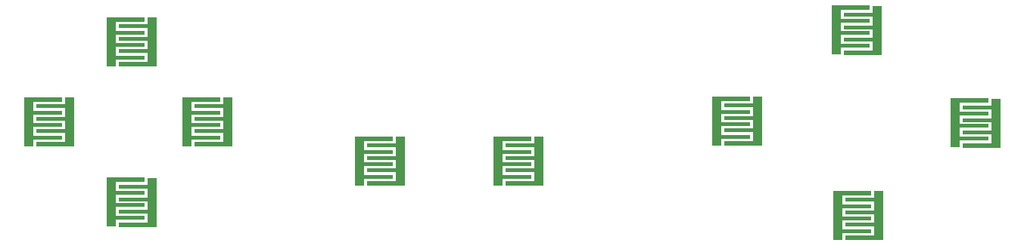
<source format=gtp>
G04 #@! TF.GenerationSoftware,KiCad,Pcbnew,8.0.9*
G04 #@! TF.CreationDate,2025-09-17T21:58:30+09:00*
G04 #@! TF.ProjectId,usb_sfc_pad,7573625f-7366-4635-9f70-61642e6b6963,rev?*
G04 #@! TF.SameCoordinates,Original*
G04 #@! TF.FileFunction,Paste,Top*
G04 #@! TF.FilePolarity,Positive*
%FSLAX46Y46*%
G04 Gerber Fmt 4.6, Leading zero omitted, Abs format (unit mm)*
G04 Created by KiCad (PCBNEW 8.0.9) date 2025-09-17 21:58:30*
%MOMM*%
%LPD*%
G01*
G04 APERTURE LIST*
G04 Aperture macros list*
%AMFreePoly0*
4,1,19,0.300000,-2.700000,-3.900000,-2.700000,-3.900000,-2.200000,-0.700000,-2.200000,-0.700000,-1.200000,-3.900000,-1.200000,-3.900000,-0.800000,-0.700000,-0.800000,-0.700000,0.200000,-3.900000,0.200000,-3.900000,0.600000,-0.700000,0.600000,-0.700000,1.600000,-3.900000,1.600000,-3.900000,2.000000,-0.700000,2.000000,-0.700000,2.800000,0.300000,2.800000,0.300000,-2.700000,0.300000,-2.700000,
$1*%
%AMFreePoly1*
4,1,19,3.900000,2.200000,0.700000,2.200000,0.700000,1.200000,3.900000,1.200000,3.900000,0.800000,0.700000,0.800000,0.700000,-0.200000,3.900000,-0.200000,3.900000,-0.600000,0.700000,-0.600000,0.700000,-1.600000,3.900000,-1.600000,3.900000,-2.000000,0.700000,-2.000000,0.700000,-2.800000,-0.300000,-2.800000,-0.300000,2.700000,3.900000,2.700000,3.900000,2.200000,3.900000,2.200000,
$1*%
G04 Aperture macros list end*
%ADD10FreePoly0,0.000000*%
%ADD11FreePoly1,0.000000*%
G04 APERTURE END LIST*
D10*
X144050000Y-111950000D03*
D11*
X139150000Y-111850000D03*
D10*
X107000000Y-107550000D03*
D11*
X102100000Y-107450000D03*
D10*
X124750000Y-107550000D03*
D11*
X119850000Y-107450000D03*
D10*
X197550000Y-118050000D03*
D11*
X192650000Y-117950000D03*
D10*
X116250000Y-116550000D03*
D11*
X111350000Y-116450000D03*
D10*
X116250000Y-98550000D03*
D11*
X111350000Y-98450000D03*
D10*
X183950000Y-107450000D03*
D11*
X179050000Y-107350000D03*
D10*
X210650000Y-107650000D03*
D11*
X205750000Y-107550000D03*
D10*
X159550000Y-111950000D03*
D11*
X154650000Y-111850000D03*
D10*
X197350000Y-97250000D03*
D11*
X192450000Y-97150000D03*
M02*

</source>
